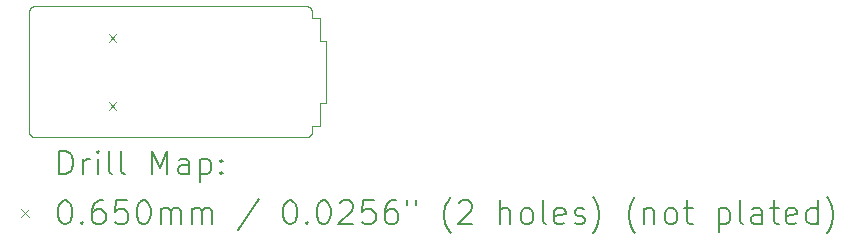
<source format=gbr>
%TF.GenerationSoftware,KiCad,Pcbnew,8.0.0*%
%TF.CreationDate,2024-02-27T22:23:39+03:00*%
%TF.ProjectId,dummifier,64756d6d-6966-4696-9572-2e6b69636164,rev?*%
%TF.SameCoordinates,Original*%
%TF.FileFunction,Drillmap*%
%TF.FilePolarity,Positive*%
%FSLAX45Y45*%
G04 Gerber Fmt 4.5, Leading zero omitted, Abs format (unit mm)*
G04 Created by KiCad (PCBNEW 8.0.0) date 2024-02-27 22:23:39*
%MOMM*%
%LPD*%
G01*
G04 APERTURE LIST*
%ADD10C,0.067468*%
%ADD11C,0.200000*%
%ADD12C,0.100000*%
G04 APERTURE END LIST*
D10*
X4395079Y-1974016D02*
X4397354Y-1974166D01*
X4399600Y-1974414D01*
X4401814Y-1974758D01*
X4403994Y-1975196D01*
X4406139Y-1975724D01*
X4408247Y-1976342D01*
X4410315Y-1977047D01*
X4412341Y-1977837D01*
X4414323Y-1978709D01*
X4416260Y-1979662D01*
X4418150Y-1980694D01*
X4419989Y-1981802D01*
X4421777Y-1982983D01*
X4423511Y-1984237D01*
X4425190Y-1985561D01*
X4427266Y-1987366D01*
X4429241Y-1989279D01*
X4431111Y-1991296D01*
X4432871Y-1993413D01*
X4434516Y-1995624D01*
X4436042Y-1997926D01*
X4437444Y-2000314D01*
X4438717Y-2002783D01*
X4439858Y-2005329D01*
X4440862Y-2007948D01*
X4441723Y-2010635D01*
X4442438Y-2013386D01*
X4443003Y-2016196D01*
X4443411Y-2019060D01*
X4443660Y-2021975D01*
X4443743Y-2024936D01*
X4443743Y-2077589D01*
X4510896Y-2077589D01*
X4510896Y-2265184D01*
X4561919Y-2265184D01*
X4561919Y-2797080D01*
X4510896Y-2797080D01*
X4510896Y-2984675D01*
X4443743Y-2984675D01*
X4443743Y-3033061D01*
X4443677Y-3035693D01*
X4443481Y-3038289D01*
X4443159Y-3040847D01*
X4442712Y-3043363D01*
X4442145Y-3045834D01*
X4441461Y-3048256D01*
X4440663Y-3050627D01*
X4439753Y-3052944D01*
X4438736Y-3055204D01*
X4437614Y-3057402D01*
X4436390Y-3059537D01*
X4435067Y-3061604D01*
X4433650Y-3063602D01*
X4432140Y-3065526D01*
X4430541Y-3067373D01*
X4428856Y-3069141D01*
X4427088Y-3070826D01*
X4425241Y-3072425D01*
X4423317Y-3073936D01*
X4421320Y-3075354D01*
X4419252Y-3076676D01*
X4417118Y-3077900D01*
X4414919Y-3079023D01*
X4412660Y-3080041D01*
X4410344Y-3080950D01*
X4407972Y-3081749D01*
X4405550Y-3082433D01*
X4403079Y-3083000D01*
X4400563Y-3083447D01*
X4398005Y-3083770D01*
X4395409Y-3083966D01*
X4392776Y-3084032D01*
X2099052Y-3084035D01*
X2096419Y-3083969D01*
X2093823Y-3083773D01*
X2091265Y-3083450D01*
X2088750Y-3083004D01*
X2086279Y-3082437D01*
X2083856Y-3081752D01*
X2081485Y-3080954D01*
X2079168Y-3080044D01*
X2076909Y-3079026D01*
X2074711Y-3077904D01*
X2072576Y-3076680D01*
X2070508Y-3075357D01*
X2068511Y-3073939D01*
X2066587Y-3072429D01*
X2064739Y-3070830D01*
X2062971Y-3069144D01*
X2061286Y-3067376D01*
X2059687Y-3065529D01*
X2058177Y-3063605D01*
X2056759Y-3061607D01*
X2055436Y-3059540D01*
X2054212Y-3057405D01*
X2053090Y-3055207D01*
X2052072Y-3052948D01*
X2051162Y-3050631D01*
X2050364Y-3048259D01*
X2049679Y-3045837D01*
X2049112Y-3043366D01*
X2048666Y-3040850D01*
X2048343Y-3038293D01*
X2048147Y-3035696D01*
X2048081Y-3033064D01*
X2048081Y-2024936D01*
X2048147Y-2022304D01*
X2048343Y-2019707D01*
X2048666Y-2017150D01*
X2049112Y-2014634D01*
X2049679Y-2012163D01*
X2050364Y-2009740D01*
X2051162Y-2007369D01*
X2052072Y-2005052D01*
X2053090Y-2002793D01*
X2054212Y-2000595D01*
X2055436Y-1998460D01*
X2056759Y-1996392D01*
X2058177Y-1994395D01*
X2059687Y-1992471D01*
X2061286Y-1990623D01*
X2062971Y-1988856D01*
X2064739Y-1987170D01*
X2066587Y-1985571D01*
X2068511Y-1984061D01*
X2070508Y-1982643D01*
X2072576Y-1981320D01*
X2074711Y-1980096D01*
X2076909Y-1978974D01*
X2079168Y-1977956D01*
X2081485Y-1977046D01*
X2083856Y-1976248D01*
X2086279Y-1975563D01*
X2088750Y-1974996D01*
X2091265Y-1974550D01*
X2093823Y-1974227D01*
X2096419Y-1974031D01*
X2099052Y-1973965D01*
X4392776Y-1973965D01*
X4395079Y-1974016D01*
D11*
D12*
X2723000Y-2210500D02*
X2788000Y-2275500D01*
X2788000Y-2210500D02*
X2723000Y-2275500D01*
X2723000Y-2788500D02*
X2788000Y-2853500D01*
X2788000Y-2788500D02*
X2723000Y-2853500D01*
D11*
X2305484Y-3398892D02*
X2305484Y-3198892D01*
X2305484Y-3198892D02*
X2353103Y-3198892D01*
X2353103Y-3198892D02*
X2381675Y-3208416D01*
X2381675Y-3208416D02*
X2400722Y-3227464D01*
X2400722Y-3227464D02*
X2410246Y-3246511D01*
X2410246Y-3246511D02*
X2419770Y-3284606D01*
X2419770Y-3284606D02*
X2419770Y-3313178D01*
X2419770Y-3313178D02*
X2410246Y-3351273D01*
X2410246Y-3351273D02*
X2400722Y-3370321D01*
X2400722Y-3370321D02*
X2381675Y-3389368D01*
X2381675Y-3389368D02*
X2353103Y-3398892D01*
X2353103Y-3398892D02*
X2305484Y-3398892D01*
X2505484Y-3398892D02*
X2505484Y-3265559D01*
X2505484Y-3303654D02*
X2515008Y-3284606D01*
X2515008Y-3284606D02*
X2524532Y-3275083D01*
X2524532Y-3275083D02*
X2543580Y-3265559D01*
X2543580Y-3265559D02*
X2562627Y-3265559D01*
X2629294Y-3398892D02*
X2629294Y-3265559D01*
X2629294Y-3198892D02*
X2619770Y-3208416D01*
X2619770Y-3208416D02*
X2629294Y-3217940D01*
X2629294Y-3217940D02*
X2638818Y-3208416D01*
X2638818Y-3208416D02*
X2629294Y-3198892D01*
X2629294Y-3198892D02*
X2629294Y-3217940D01*
X2753103Y-3398892D02*
X2734056Y-3389368D01*
X2734056Y-3389368D02*
X2724532Y-3370321D01*
X2724532Y-3370321D02*
X2724532Y-3198892D01*
X2857865Y-3398892D02*
X2838818Y-3389368D01*
X2838818Y-3389368D02*
X2829294Y-3370321D01*
X2829294Y-3370321D02*
X2829294Y-3198892D01*
X3086437Y-3398892D02*
X3086437Y-3198892D01*
X3086437Y-3198892D02*
X3153103Y-3341749D01*
X3153103Y-3341749D02*
X3219770Y-3198892D01*
X3219770Y-3198892D02*
X3219770Y-3398892D01*
X3400722Y-3398892D02*
X3400722Y-3294130D01*
X3400722Y-3294130D02*
X3391199Y-3275083D01*
X3391199Y-3275083D02*
X3372151Y-3265559D01*
X3372151Y-3265559D02*
X3334056Y-3265559D01*
X3334056Y-3265559D02*
X3315008Y-3275083D01*
X3400722Y-3389368D02*
X3381675Y-3398892D01*
X3381675Y-3398892D02*
X3334056Y-3398892D01*
X3334056Y-3398892D02*
X3315008Y-3389368D01*
X3315008Y-3389368D02*
X3305484Y-3370321D01*
X3305484Y-3370321D02*
X3305484Y-3351273D01*
X3305484Y-3351273D02*
X3315008Y-3332225D01*
X3315008Y-3332225D02*
X3334056Y-3322702D01*
X3334056Y-3322702D02*
X3381675Y-3322702D01*
X3381675Y-3322702D02*
X3400722Y-3313178D01*
X3495960Y-3265559D02*
X3495960Y-3465559D01*
X3495960Y-3275083D02*
X3515008Y-3265559D01*
X3515008Y-3265559D02*
X3553103Y-3265559D01*
X3553103Y-3265559D02*
X3572151Y-3275083D01*
X3572151Y-3275083D02*
X3581675Y-3284606D01*
X3581675Y-3284606D02*
X3591199Y-3303654D01*
X3591199Y-3303654D02*
X3591199Y-3360797D01*
X3591199Y-3360797D02*
X3581675Y-3379844D01*
X3581675Y-3379844D02*
X3572151Y-3389368D01*
X3572151Y-3389368D02*
X3553103Y-3398892D01*
X3553103Y-3398892D02*
X3515008Y-3398892D01*
X3515008Y-3398892D02*
X3495960Y-3389368D01*
X3676913Y-3379844D02*
X3686437Y-3389368D01*
X3686437Y-3389368D02*
X3676913Y-3398892D01*
X3676913Y-3398892D02*
X3667389Y-3389368D01*
X3667389Y-3389368D02*
X3676913Y-3379844D01*
X3676913Y-3379844D02*
X3676913Y-3398892D01*
X3676913Y-3275083D02*
X3686437Y-3284606D01*
X3686437Y-3284606D02*
X3676913Y-3294130D01*
X3676913Y-3294130D02*
X3667389Y-3284606D01*
X3667389Y-3284606D02*
X3676913Y-3275083D01*
X3676913Y-3275083D02*
X3676913Y-3294130D01*
D12*
X1979707Y-3694908D02*
X2044707Y-3759908D01*
X2044707Y-3694908D02*
X1979707Y-3759908D01*
D11*
X2343580Y-3618892D02*
X2362627Y-3618892D01*
X2362627Y-3618892D02*
X2381675Y-3628416D01*
X2381675Y-3628416D02*
X2391199Y-3637940D01*
X2391199Y-3637940D02*
X2400722Y-3656987D01*
X2400722Y-3656987D02*
X2410246Y-3695083D01*
X2410246Y-3695083D02*
X2410246Y-3742702D01*
X2410246Y-3742702D02*
X2400722Y-3780797D01*
X2400722Y-3780797D02*
X2391199Y-3799844D01*
X2391199Y-3799844D02*
X2381675Y-3809368D01*
X2381675Y-3809368D02*
X2362627Y-3818892D01*
X2362627Y-3818892D02*
X2343580Y-3818892D01*
X2343580Y-3818892D02*
X2324532Y-3809368D01*
X2324532Y-3809368D02*
X2315008Y-3799844D01*
X2315008Y-3799844D02*
X2305484Y-3780797D01*
X2305484Y-3780797D02*
X2295961Y-3742702D01*
X2295961Y-3742702D02*
X2295961Y-3695083D01*
X2295961Y-3695083D02*
X2305484Y-3656987D01*
X2305484Y-3656987D02*
X2315008Y-3637940D01*
X2315008Y-3637940D02*
X2324532Y-3628416D01*
X2324532Y-3628416D02*
X2343580Y-3618892D01*
X2495961Y-3799844D02*
X2505484Y-3809368D01*
X2505484Y-3809368D02*
X2495961Y-3818892D01*
X2495961Y-3818892D02*
X2486437Y-3809368D01*
X2486437Y-3809368D02*
X2495961Y-3799844D01*
X2495961Y-3799844D02*
X2495961Y-3818892D01*
X2676913Y-3618892D02*
X2638818Y-3618892D01*
X2638818Y-3618892D02*
X2619770Y-3628416D01*
X2619770Y-3628416D02*
X2610246Y-3637940D01*
X2610246Y-3637940D02*
X2591199Y-3666511D01*
X2591199Y-3666511D02*
X2581675Y-3704606D01*
X2581675Y-3704606D02*
X2581675Y-3780797D01*
X2581675Y-3780797D02*
X2591199Y-3799844D01*
X2591199Y-3799844D02*
X2600722Y-3809368D01*
X2600722Y-3809368D02*
X2619770Y-3818892D01*
X2619770Y-3818892D02*
X2657865Y-3818892D01*
X2657865Y-3818892D02*
X2676913Y-3809368D01*
X2676913Y-3809368D02*
X2686437Y-3799844D01*
X2686437Y-3799844D02*
X2695961Y-3780797D01*
X2695961Y-3780797D02*
X2695961Y-3733178D01*
X2695961Y-3733178D02*
X2686437Y-3714130D01*
X2686437Y-3714130D02*
X2676913Y-3704606D01*
X2676913Y-3704606D02*
X2657865Y-3695083D01*
X2657865Y-3695083D02*
X2619770Y-3695083D01*
X2619770Y-3695083D02*
X2600722Y-3704606D01*
X2600722Y-3704606D02*
X2591199Y-3714130D01*
X2591199Y-3714130D02*
X2581675Y-3733178D01*
X2876913Y-3618892D02*
X2781675Y-3618892D01*
X2781675Y-3618892D02*
X2772151Y-3714130D01*
X2772151Y-3714130D02*
X2781675Y-3704606D01*
X2781675Y-3704606D02*
X2800722Y-3695083D01*
X2800722Y-3695083D02*
X2848341Y-3695083D01*
X2848341Y-3695083D02*
X2867389Y-3704606D01*
X2867389Y-3704606D02*
X2876913Y-3714130D01*
X2876913Y-3714130D02*
X2886437Y-3733178D01*
X2886437Y-3733178D02*
X2886437Y-3780797D01*
X2886437Y-3780797D02*
X2876913Y-3799844D01*
X2876913Y-3799844D02*
X2867389Y-3809368D01*
X2867389Y-3809368D02*
X2848341Y-3818892D01*
X2848341Y-3818892D02*
X2800722Y-3818892D01*
X2800722Y-3818892D02*
X2781675Y-3809368D01*
X2781675Y-3809368D02*
X2772151Y-3799844D01*
X3010246Y-3618892D02*
X3029294Y-3618892D01*
X3029294Y-3618892D02*
X3048341Y-3628416D01*
X3048341Y-3628416D02*
X3057865Y-3637940D01*
X3057865Y-3637940D02*
X3067389Y-3656987D01*
X3067389Y-3656987D02*
X3076913Y-3695083D01*
X3076913Y-3695083D02*
X3076913Y-3742702D01*
X3076913Y-3742702D02*
X3067389Y-3780797D01*
X3067389Y-3780797D02*
X3057865Y-3799844D01*
X3057865Y-3799844D02*
X3048341Y-3809368D01*
X3048341Y-3809368D02*
X3029294Y-3818892D01*
X3029294Y-3818892D02*
X3010246Y-3818892D01*
X3010246Y-3818892D02*
X2991199Y-3809368D01*
X2991199Y-3809368D02*
X2981675Y-3799844D01*
X2981675Y-3799844D02*
X2972151Y-3780797D01*
X2972151Y-3780797D02*
X2962627Y-3742702D01*
X2962627Y-3742702D02*
X2962627Y-3695083D01*
X2962627Y-3695083D02*
X2972151Y-3656987D01*
X2972151Y-3656987D02*
X2981675Y-3637940D01*
X2981675Y-3637940D02*
X2991199Y-3628416D01*
X2991199Y-3628416D02*
X3010246Y-3618892D01*
X3162627Y-3818892D02*
X3162627Y-3685559D01*
X3162627Y-3704606D02*
X3172151Y-3695083D01*
X3172151Y-3695083D02*
X3191199Y-3685559D01*
X3191199Y-3685559D02*
X3219770Y-3685559D01*
X3219770Y-3685559D02*
X3238818Y-3695083D01*
X3238818Y-3695083D02*
X3248341Y-3714130D01*
X3248341Y-3714130D02*
X3248341Y-3818892D01*
X3248341Y-3714130D02*
X3257865Y-3695083D01*
X3257865Y-3695083D02*
X3276913Y-3685559D01*
X3276913Y-3685559D02*
X3305484Y-3685559D01*
X3305484Y-3685559D02*
X3324532Y-3695083D01*
X3324532Y-3695083D02*
X3334056Y-3714130D01*
X3334056Y-3714130D02*
X3334056Y-3818892D01*
X3429294Y-3818892D02*
X3429294Y-3685559D01*
X3429294Y-3704606D02*
X3438818Y-3695083D01*
X3438818Y-3695083D02*
X3457865Y-3685559D01*
X3457865Y-3685559D02*
X3486437Y-3685559D01*
X3486437Y-3685559D02*
X3505484Y-3695083D01*
X3505484Y-3695083D02*
X3515008Y-3714130D01*
X3515008Y-3714130D02*
X3515008Y-3818892D01*
X3515008Y-3714130D02*
X3524532Y-3695083D01*
X3524532Y-3695083D02*
X3543580Y-3685559D01*
X3543580Y-3685559D02*
X3572151Y-3685559D01*
X3572151Y-3685559D02*
X3591199Y-3695083D01*
X3591199Y-3695083D02*
X3600722Y-3714130D01*
X3600722Y-3714130D02*
X3600722Y-3818892D01*
X3991199Y-3609368D02*
X3819770Y-3866511D01*
X4248342Y-3618892D02*
X4267389Y-3618892D01*
X4267389Y-3618892D02*
X4286437Y-3628416D01*
X4286437Y-3628416D02*
X4295961Y-3637940D01*
X4295961Y-3637940D02*
X4305485Y-3656987D01*
X4305485Y-3656987D02*
X4315008Y-3695083D01*
X4315008Y-3695083D02*
X4315008Y-3742702D01*
X4315008Y-3742702D02*
X4305485Y-3780797D01*
X4305485Y-3780797D02*
X4295961Y-3799844D01*
X4295961Y-3799844D02*
X4286437Y-3809368D01*
X4286437Y-3809368D02*
X4267389Y-3818892D01*
X4267389Y-3818892D02*
X4248342Y-3818892D01*
X4248342Y-3818892D02*
X4229294Y-3809368D01*
X4229294Y-3809368D02*
X4219770Y-3799844D01*
X4219770Y-3799844D02*
X4210246Y-3780797D01*
X4210246Y-3780797D02*
X4200723Y-3742702D01*
X4200723Y-3742702D02*
X4200723Y-3695083D01*
X4200723Y-3695083D02*
X4210246Y-3656987D01*
X4210246Y-3656987D02*
X4219770Y-3637940D01*
X4219770Y-3637940D02*
X4229294Y-3628416D01*
X4229294Y-3628416D02*
X4248342Y-3618892D01*
X4400723Y-3799844D02*
X4410246Y-3809368D01*
X4410246Y-3809368D02*
X4400723Y-3818892D01*
X4400723Y-3818892D02*
X4391199Y-3809368D01*
X4391199Y-3809368D02*
X4400723Y-3799844D01*
X4400723Y-3799844D02*
X4400723Y-3818892D01*
X4534056Y-3618892D02*
X4553104Y-3618892D01*
X4553104Y-3618892D02*
X4572151Y-3628416D01*
X4572151Y-3628416D02*
X4581675Y-3637940D01*
X4581675Y-3637940D02*
X4591199Y-3656987D01*
X4591199Y-3656987D02*
X4600723Y-3695083D01*
X4600723Y-3695083D02*
X4600723Y-3742702D01*
X4600723Y-3742702D02*
X4591199Y-3780797D01*
X4591199Y-3780797D02*
X4581675Y-3799844D01*
X4581675Y-3799844D02*
X4572151Y-3809368D01*
X4572151Y-3809368D02*
X4553104Y-3818892D01*
X4553104Y-3818892D02*
X4534056Y-3818892D01*
X4534056Y-3818892D02*
X4515008Y-3809368D01*
X4515008Y-3809368D02*
X4505485Y-3799844D01*
X4505485Y-3799844D02*
X4495961Y-3780797D01*
X4495961Y-3780797D02*
X4486437Y-3742702D01*
X4486437Y-3742702D02*
X4486437Y-3695083D01*
X4486437Y-3695083D02*
X4495961Y-3656987D01*
X4495961Y-3656987D02*
X4505485Y-3637940D01*
X4505485Y-3637940D02*
X4515008Y-3628416D01*
X4515008Y-3628416D02*
X4534056Y-3618892D01*
X4676913Y-3637940D02*
X4686437Y-3628416D01*
X4686437Y-3628416D02*
X4705485Y-3618892D01*
X4705485Y-3618892D02*
X4753104Y-3618892D01*
X4753104Y-3618892D02*
X4772151Y-3628416D01*
X4772151Y-3628416D02*
X4781675Y-3637940D01*
X4781675Y-3637940D02*
X4791199Y-3656987D01*
X4791199Y-3656987D02*
X4791199Y-3676035D01*
X4791199Y-3676035D02*
X4781675Y-3704606D01*
X4781675Y-3704606D02*
X4667389Y-3818892D01*
X4667389Y-3818892D02*
X4791199Y-3818892D01*
X4972151Y-3618892D02*
X4876913Y-3618892D01*
X4876913Y-3618892D02*
X4867389Y-3714130D01*
X4867389Y-3714130D02*
X4876913Y-3704606D01*
X4876913Y-3704606D02*
X4895961Y-3695083D01*
X4895961Y-3695083D02*
X4943580Y-3695083D01*
X4943580Y-3695083D02*
X4962627Y-3704606D01*
X4962627Y-3704606D02*
X4972151Y-3714130D01*
X4972151Y-3714130D02*
X4981675Y-3733178D01*
X4981675Y-3733178D02*
X4981675Y-3780797D01*
X4981675Y-3780797D02*
X4972151Y-3799844D01*
X4972151Y-3799844D02*
X4962627Y-3809368D01*
X4962627Y-3809368D02*
X4943580Y-3818892D01*
X4943580Y-3818892D02*
X4895961Y-3818892D01*
X4895961Y-3818892D02*
X4876913Y-3809368D01*
X4876913Y-3809368D02*
X4867389Y-3799844D01*
X5153104Y-3618892D02*
X5115008Y-3618892D01*
X5115008Y-3618892D02*
X5095961Y-3628416D01*
X5095961Y-3628416D02*
X5086437Y-3637940D01*
X5086437Y-3637940D02*
X5067389Y-3666511D01*
X5067389Y-3666511D02*
X5057866Y-3704606D01*
X5057866Y-3704606D02*
X5057866Y-3780797D01*
X5057866Y-3780797D02*
X5067389Y-3799844D01*
X5067389Y-3799844D02*
X5076913Y-3809368D01*
X5076913Y-3809368D02*
X5095961Y-3818892D01*
X5095961Y-3818892D02*
X5134056Y-3818892D01*
X5134056Y-3818892D02*
X5153104Y-3809368D01*
X5153104Y-3809368D02*
X5162627Y-3799844D01*
X5162627Y-3799844D02*
X5172151Y-3780797D01*
X5172151Y-3780797D02*
X5172151Y-3733178D01*
X5172151Y-3733178D02*
X5162627Y-3714130D01*
X5162627Y-3714130D02*
X5153104Y-3704606D01*
X5153104Y-3704606D02*
X5134056Y-3695083D01*
X5134056Y-3695083D02*
X5095961Y-3695083D01*
X5095961Y-3695083D02*
X5076913Y-3704606D01*
X5076913Y-3704606D02*
X5067389Y-3714130D01*
X5067389Y-3714130D02*
X5057866Y-3733178D01*
X5248342Y-3618892D02*
X5248342Y-3656987D01*
X5324532Y-3618892D02*
X5324532Y-3656987D01*
X5619770Y-3895083D02*
X5610246Y-3885559D01*
X5610246Y-3885559D02*
X5591199Y-3856987D01*
X5591199Y-3856987D02*
X5581675Y-3837940D01*
X5581675Y-3837940D02*
X5572151Y-3809368D01*
X5572151Y-3809368D02*
X5562628Y-3761749D01*
X5562628Y-3761749D02*
X5562628Y-3723654D01*
X5562628Y-3723654D02*
X5572151Y-3676035D01*
X5572151Y-3676035D02*
X5581675Y-3647464D01*
X5581675Y-3647464D02*
X5591199Y-3628416D01*
X5591199Y-3628416D02*
X5610246Y-3599844D01*
X5610246Y-3599844D02*
X5619770Y-3590321D01*
X5686437Y-3637940D02*
X5695961Y-3628416D01*
X5695961Y-3628416D02*
X5715008Y-3618892D01*
X5715008Y-3618892D02*
X5762627Y-3618892D01*
X5762627Y-3618892D02*
X5781675Y-3628416D01*
X5781675Y-3628416D02*
X5791199Y-3637940D01*
X5791199Y-3637940D02*
X5800723Y-3656987D01*
X5800723Y-3656987D02*
X5800723Y-3676035D01*
X5800723Y-3676035D02*
X5791199Y-3704606D01*
X5791199Y-3704606D02*
X5676913Y-3818892D01*
X5676913Y-3818892D02*
X5800723Y-3818892D01*
X6038818Y-3818892D02*
X6038818Y-3618892D01*
X6124532Y-3818892D02*
X6124532Y-3714130D01*
X6124532Y-3714130D02*
X6115008Y-3695083D01*
X6115008Y-3695083D02*
X6095961Y-3685559D01*
X6095961Y-3685559D02*
X6067389Y-3685559D01*
X6067389Y-3685559D02*
X6048342Y-3695083D01*
X6048342Y-3695083D02*
X6038818Y-3704606D01*
X6248342Y-3818892D02*
X6229294Y-3809368D01*
X6229294Y-3809368D02*
X6219770Y-3799844D01*
X6219770Y-3799844D02*
X6210247Y-3780797D01*
X6210247Y-3780797D02*
X6210247Y-3723654D01*
X6210247Y-3723654D02*
X6219770Y-3704606D01*
X6219770Y-3704606D02*
X6229294Y-3695083D01*
X6229294Y-3695083D02*
X6248342Y-3685559D01*
X6248342Y-3685559D02*
X6276913Y-3685559D01*
X6276913Y-3685559D02*
X6295961Y-3695083D01*
X6295961Y-3695083D02*
X6305485Y-3704606D01*
X6305485Y-3704606D02*
X6315008Y-3723654D01*
X6315008Y-3723654D02*
X6315008Y-3780797D01*
X6315008Y-3780797D02*
X6305485Y-3799844D01*
X6305485Y-3799844D02*
X6295961Y-3809368D01*
X6295961Y-3809368D02*
X6276913Y-3818892D01*
X6276913Y-3818892D02*
X6248342Y-3818892D01*
X6429294Y-3818892D02*
X6410247Y-3809368D01*
X6410247Y-3809368D02*
X6400723Y-3790321D01*
X6400723Y-3790321D02*
X6400723Y-3618892D01*
X6581675Y-3809368D02*
X6562628Y-3818892D01*
X6562628Y-3818892D02*
X6524532Y-3818892D01*
X6524532Y-3818892D02*
X6505485Y-3809368D01*
X6505485Y-3809368D02*
X6495961Y-3790321D01*
X6495961Y-3790321D02*
X6495961Y-3714130D01*
X6495961Y-3714130D02*
X6505485Y-3695083D01*
X6505485Y-3695083D02*
X6524532Y-3685559D01*
X6524532Y-3685559D02*
X6562628Y-3685559D01*
X6562628Y-3685559D02*
X6581675Y-3695083D01*
X6581675Y-3695083D02*
X6591199Y-3714130D01*
X6591199Y-3714130D02*
X6591199Y-3733178D01*
X6591199Y-3733178D02*
X6495961Y-3752225D01*
X6667389Y-3809368D02*
X6686437Y-3818892D01*
X6686437Y-3818892D02*
X6724532Y-3818892D01*
X6724532Y-3818892D02*
X6743580Y-3809368D01*
X6743580Y-3809368D02*
X6753104Y-3790321D01*
X6753104Y-3790321D02*
X6753104Y-3780797D01*
X6753104Y-3780797D02*
X6743580Y-3761749D01*
X6743580Y-3761749D02*
X6724532Y-3752225D01*
X6724532Y-3752225D02*
X6695961Y-3752225D01*
X6695961Y-3752225D02*
X6676913Y-3742702D01*
X6676913Y-3742702D02*
X6667389Y-3723654D01*
X6667389Y-3723654D02*
X6667389Y-3714130D01*
X6667389Y-3714130D02*
X6676913Y-3695083D01*
X6676913Y-3695083D02*
X6695961Y-3685559D01*
X6695961Y-3685559D02*
X6724532Y-3685559D01*
X6724532Y-3685559D02*
X6743580Y-3695083D01*
X6819770Y-3895083D02*
X6829294Y-3885559D01*
X6829294Y-3885559D02*
X6848342Y-3856987D01*
X6848342Y-3856987D02*
X6857866Y-3837940D01*
X6857866Y-3837940D02*
X6867389Y-3809368D01*
X6867389Y-3809368D02*
X6876913Y-3761749D01*
X6876913Y-3761749D02*
X6876913Y-3723654D01*
X6876913Y-3723654D02*
X6867389Y-3676035D01*
X6867389Y-3676035D02*
X6857866Y-3647464D01*
X6857866Y-3647464D02*
X6848342Y-3628416D01*
X6848342Y-3628416D02*
X6829294Y-3599844D01*
X6829294Y-3599844D02*
X6819770Y-3590321D01*
X7181675Y-3895083D02*
X7172151Y-3885559D01*
X7172151Y-3885559D02*
X7153104Y-3856987D01*
X7153104Y-3856987D02*
X7143580Y-3837940D01*
X7143580Y-3837940D02*
X7134056Y-3809368D01*
X7134056Y-3809368D02*
X7124532Y-3761749D01*
X7124532Y-3761749D02*
X7124532Y-3723654D01*
X7124532Y-3723654D02*
X7134056Y-3676035D01*
X7134056Y-3676035D02*
X7143580Y-3647464D01*
X7143580Y-3647464D02*
X7153104Y-3628416D01*
X7153104Y-3628416D02*
X7172151Y-3599844D01*
X7172151Y-3599844D02*
X7181675Y-3590321D01*
X7257866Y-3685559D02*
X7257866Y-3818892D01*
X7257866Y-3704606D02*
X7267389Y-3695083D01*
X7267389Y-3695083D02*
X7286437Y-3685559D01*
X7286437Y-3685559D02*
X7315009Y-3685559D01*
X7315009Y-3685559D02*
X7334056Y-3695083D01*
X7334056Y-3695083D02*
X7343580Y-3714130D01*
X7343580Y-3714130D02*
X7343580Y-3818892D01*
X7467389Y-3818892D02*
X7448342Y-3809368D01*
X7448342Y-3809368D02*
X7438818Y-3799844D01*
X7438818Y-3799844D02*
X7429294Y-3780797D01*
X7429294Y-3780797D02*
X7429294Y-3723654D01*
X7429294Y-3723654D02*
X7438818Y-3704606D01*
X7438818Y-3704606D02*
X7448342Y-3695083D01*
X7448342Y-3695083D02*
X7467389Y-3685559D01*
X7467389Y-3685559D02*
X7495961Y-3685559D01*
X7495961Y-3685559D02*
X7515009Y-3695083D01*
X7515009Y-3695083D02*
X7524532Y-3704606D01*
X7524532Y-3704606D02*
X7534056Y-3723654D01*
X7534056Y-3723654D02*
X7534056Y-3780797D01*
X7534056Y-3780797D02*
X7524532Y-3799844D01*
X7524532Y-3799844D02*
X7515009Y-3809368D01*
X7515009Y-3809368D02*
X7495961Y-3818892D01*
X7495961Y-3818892D02*
X7467389Y-3818892D01*
X7591199Y-3685559D02*
X7667389Y-3685559D01*
X7619770Y-3618892D02*
X7619770Y-3790321D01*
X7619770Y-3790321D02*
X7629294Y-3809368D01*
X7629294Y-3809368D02*
X7648342Y-3818892D01*
X7648342Y-3818892D02*
X7667389Y-3818892D01*
X7886437Y-3685559D02*
X7886437Y-3885559D01*
X7886437Y-3695083D02*
X7905485Y-3685559D01*
X7905485Y-3685559D02*
X7943580Y-3685559D01*
X7943580Y-3685559D02*
X7962628Y-3695083D01*
X7962628Y-3695083D02*
X7972151Y-3704606D01*
X7972151Y-3704606D02*
X7981675Y-3723654D01*
X7981675Y-3723654D02*
X7981675Y-3780797D01*
X7981675Y-3780797D02*
X7972151Y-3799844D01*
X7972151Y-3799844D02*
X7962628Y-3809368D01*
X7962628Y-3809368D02*
X7943580Y-3818892D01*
X7943580Y-3818892D02*
X7905485Y-3818892D01*
X7905485Y-3818892D02*
X7886437Y-3809368D01*
X8095961Y-3818892D02*
X8076913Y-3809368D01*
X8076913Y-3809368D02*
X8067390Y-3790321D01*
X8067390Y-3790321D02*
X8067390Y-3618892D01*
X8257866Y-3818892D02*
X8257866Y-3714130D01*
X8257866Y-3714130D02*
X8248342Y-3695083D01*
X8248342Y-3695083D02*
X8229294Y-3685559D01*
X8229294Y-3685559D02*
X8191199Y-3685559D01*
X8191199Y-3685559D02*
X8172151Y-3695083D01*
X8257866Y-3809368D02*
X8238818Y-3818892D01*
X8238818Y-3818892D02*
X8191199Y-3818892D01*
X8191199Y-3818892D02*
X8172151Y-3809368D01*
X8172151Y-3809368D02*
X8162628Y-3790321D01*
X8162628Y-3790321D02*
X8162628Y-3771273D01*
X8162628Y-3771273D02*
X8172151Y-3752225D01*
X8172151Y-3752225D02*
X8191199Y-3742702D01*
X8191199Y-3742702D02*
X8238818Y-3742702D01*
X8238818Y-3742702D02*
X8257866Y-3733178D01*
X8324532Y-3685559D02*
X8400723Y-3685559D01*
X8353104Y-3618892D02*
X8353104Y-3790321D01*
X8353104Y-3790321D02*
X8362628Y-3809368D01*
X8362628Y-3809368D02*
X8381675Y-3818892D01*
X8381675Y-3818892D02*
X8400723Y-3818892D01*
X8543580Y-3809368D02*
X8524533Y-3818892D01*
X8524533Y-3818892D02*
X8486437Y-3818892D01*
X8486437Y-3818892D02*
X8467390Y-3809368D01*
X8467390Y-3809368D02*
X8457866Y-3790321D01*
X8457866Y-3790321D02*
X8457866Y-3714130D01*
X8457866Y-3714130D02*
X8467390Y-3695083D01*
X8467390Y-3695083D02*
X8486437Y-3685559D01*
X8486437Y-3685559D02*
X8524533Y-3685559D01*
X8524533Y-3685559D02*
X8543580Y-3695083D01*
X8543580Y-3695083D02*
X8553104Y-3714130D01*
X8553104Y-3714130D02*
X8553104Y-3733178D01*
X8553104Y-3733178D02*
X8457866Y-3752225D01*
X8724533Y-3818892D02*
X8724533Y-3618892D01*
X8724533Y-3809368D02*
X8705485Y-3818892D01*
X8705485Y-3818892D02*
X8667390Y-3818892D01*
X8667390Y-3818892D02*
X8648342Y-3809368D01*
X8648342Y-3809368D02*
X8638818Y-3799844D01*
X8638818Y-3799844D02*
X8629294Y-3780797D01*
X8629294Y-3780797D02*
X8629294Y-3723654D01*
X8629294Y-3723654D02*
X8638818Y-3704606D01*
X8638818Y-3704606D02*
X8648342Y-3695083D01*
X8648342Y-3695083D02*
X8667390Y-3685559D01*
X8667390Y-3685559D02*
X8705485Y-3685559D01*
X8705485Y-3685559D02*
X8724533Y-3695083D01*
X8800723Y-3895083D02*
X8810247Y-3885559D01*
X8810247Y-3885559D02*
X8829294Y-3856987D01*
X8829294Y-3856987D02*
X8838818Y-3837940D01*
X8838818Y-3837940D02*
X8848342Y-3809368D01*
X8848342Y-3809368D02*
X8857866Y-3761749D01*
X8857866Y-3761749D02*
X8857866Y-3723654D01*
X8857866Y-3723654D02*
X8848342Y-3676035D01*
X8848342Y-3676035D02*
X8838818Y-3647464D01*
X8838818Y-3647464D02*
X8829294Y-3628416D01*
X8829294Y-3628416D02*
X8810247Y-3599844D01*
X8810247Y-3599844D02*
X8800723Y-3590321D01*
M02*

</source>
